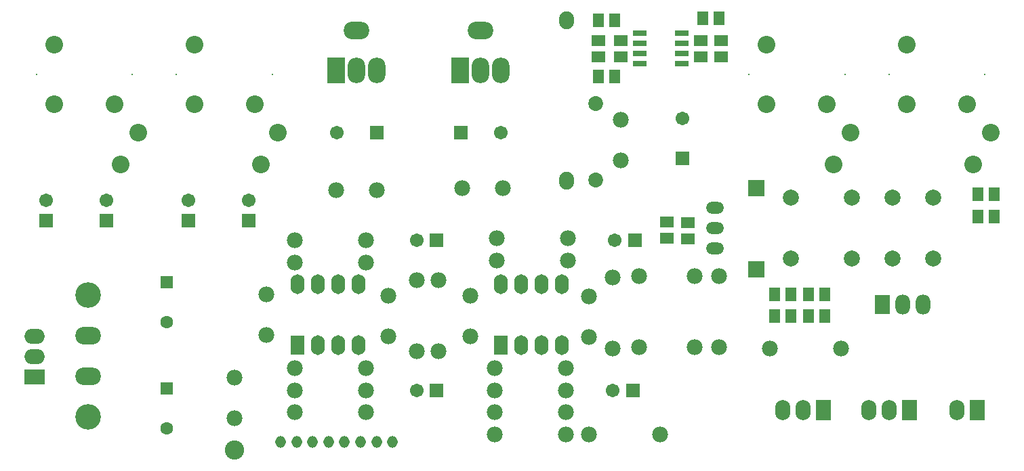
<source format=gts>
G04 Layer_Color=8388736*
%FSLAX44Y44*%
%MOMM*%
G71*
G01*
G75*
%ADD56R,1.8034X1.4732*%
%ADD57R,1.4732X1.8034*%
%ADD58R,1.7272X0.7112*%
%ADD59O,1.9032X2.5032*%
%ADD60R,1.9032X2.5032*%
%ADD61O,1.8542X2.4892*%
%ADD62R,1.8542X2.4892*%
%ADD63C,1.9812*%
%ADD64C,2.4130*%
%ADD65R,1.7272X2.4892*%
%ADD66O,1.7272X2.4892*%
%ADD67O,3.2032X2.2032*%
%ADD68R,2.2032X3.2032*%
%ADD69O,2.2032X3.2032*%
%ADD70R,1.7032X1.7032*%
%ADD71C,1.7032*%
%ADD72R,1.7032X1.7032*%
%ADD73R,1.6032X1.6032*%
%ADD74C,1.6032*%
%ADD75C,1.8542*%
%ADD76O,1.8542X2.2352*%
%ADD77O,2.5032X1.9032*%
%ADD78R,2.5032X1.9032*%
%ADD79C,3.2032*%
%ADD80C,0.2032*%
%ADD81C,2.2032*%
%ADD82O,1.3020X1.5020*%
%ADD83C,2.0032*%
%ADD84O,2.2352X1.4732*%
%ADD85R,2.0032X2.0032*%
D56*
X579000Y-272840D02*
D03*
Y-293160D02*
D03*
X552500Y-272340D02*
D03*
Y-292660D02*
D03*
X595000Y-44840D02*
D03*
Y-65160D02*
D03*
X620000Y-44840D02*
D03*
Y-65160D02*
D03*
X495000Y-44840D02*
D03*
Y-65160D02*
D03*
X467500Y-44840D02*
D03*
Y-65160D02*
D03*
D57*
X961160Y-265000D02*
D03*
X940840D02*
D03*
X750160Y-390000D02*
D03*
X729840D02*
D03*
X961160Y-237000D02*
D03*
X940840D02*
D03*
X467340Y-90000D02*
D03*
X487660D02*
D03*
X707660Y-362500D02*
D03*
X687340D02*
D03*
X617660Y-17500D02*
D03*
X597340D02*
D03*
X707660Y-390000D02*
D03*
X687340D02*
D03*
X750160Y-362500D02*
D03*
X729840D02*
D03*
X487660Y-20000D02*
D03*
X467340D02*
D03*
D58*
X518965Y-74050D02*
D03*
Y-61350D02*
D03*
Y-48650D02*
D03*
Y-35950D02*
D03*
X571035D02*
D03*
Y-48650D02*
D03*
Y-61350D02*
D03*
Y-74050D02*
D03*
D59*
X914800Y-507500D02*
D03*
X830000D02*
D03*
X804600D02*
D03*
X722500D02*
D03*
X697100D02*
D03*
D60*
X940200D02*
D03*
X855400D02*
D03*
X747900D02*
D03*
D61*
X872900Y-375000D02*
D03*
X847500D02*
D03*
D62*
X822100D02*
D03*
D63*
X12500Y-466700D02*
D03*
Y-517500D02*
D03*
X517500Y-340000D02*
D03*
Y-428900D02*
D03*
X543900Y-537500D02*
D03*
X455000D02*
D03*
X426400D02*
D03*
X337500D02*
D03*
X267500Y-345000D02*
D03*
Y-433900D02*
D03*
X307500Y-415400D02*
D03*
Y-364600D02*
D03*
X428900Y-320000D02*
D03*
X340000D02*
D03*
X428900Y-292500D02*
D03*
X340000D02*
D03*
X426400Y-482500D02*
D03*
X337500D02*
D03*
X426400Y-510000D02*
D03*
X337500D02*
D03*
X455000Y-365000D02*
D03*
Y-415800D02*
D03*
X485000Y-341100D02*
D03*
Y-430000D02*
D03*
X426400Y-455000D02*
D03*
X337500D02*
D03*
X52500Y-413300D02*
D03*
Y-362500D02*
D03*
X176400Y-322500D02*
D03*
X87500D02*
D03*
Y-295000D02*
D03*
X176400D02*
D03*
Y-482500D02*
D03*
X87500D02*
D03*
X176400Y-510000D02*
D03*
X87500D02*
D03*
X205000Y-364600D02*
D03*
Y-415400D02*
D03*
X240000Y-345000D02*
D03*
Y-433900D02*
D03*
X176400Y-455000D02*
D03*
X87500D02*
D03*
X770000Y-430000D02*
D03*
X681100D02*
D03*
X495000Y-195400D02*
D03*
Y-144600D02*
D03*
X139600Y-232500D02*
D03*
X190400D02*
D03*
X347900Y-230000D02*
D03*
X297100D02*
D03*
X617500Y-428900D02*
D03*
Y-340000D02*
D03*
X587500Y-428900D02*
D03*
Y-340000D02*
D03*
D64*
X12500Y-557500D02*
D03*
D65*
X345000Y-426200D02*
D03*
X91300D02*
D03*
D66*
X370400D02*
D03*
X395800D02*
D03*
X421200D02*
D03*
X345000Y-350000D02*
D03*
X370400D02*
D03*
X395800D02*
D03*
X421200D02*
D03*
X116700Y-426200D02*
D03*
X142100D02*
D03*
X167500D02*
D03*
X91300Y-350000D02*
D03*
X116700D02*
D03*
X142100D02*
D03*
X167500D02*
D03*
D67*
X165000Y-32500D02*
D03*
X-170000Y-465400D02*
D03*
Y-414600D02*
D03*
X320000Y-32500D02*
D03*
D68*
X139600Y-82500D02*
D03*
X294600D02*
D03*
D69*
X165000D02*
D03*
X190400D02*
D03*
X320000D02*
D03*
X345400D02*
D03*
D70*
X30000Y-270000D02*
D03*
X-45000D02*
D03*
X-147500D02*
D03*
X-222500Y-270000D02*
D03*
X572500Y-192500D02*
D03*
D71*
X30000Y-245000D02*
D03*
X-45000D02*
D03*
X487500Y-295000D02*
D03*
X485000Y-482500D02*
D03*
X-147500Y-245000D02*
D03*
X-222500Y-245000D02*
D03*
X240000Y-295000D02*
D03*
Y-482500D02*
D03*
X572500Y-142500D02*
D03*
X140000Y-160000D02*
D03*
X345000D02*
D03*
D72*
X512500Y-295000D02*
D03*
X510000Y-482500D02*
D03*
X265000Y-295000D02*
D03*
Y-482500D02*
D03*
X190000Y-160000D02*
D03*
X295000D02*
D03*
D73*
X-72500Y-347500D02*
D03*
Y-480000D02*
D03*
D74*
Y-397500D02*
D03*
Y-530000D02*
D03*
D75*
X463770Y-124240D02*
D03*
Y-219490D02*
D03*
D76*
X427500Y-220000D02*
D03*
Y-20000D02*
D03*
D77*
X-237500Y-415000D02*
D03*
Y-440400D02*
D03*
D78*
Y-465800D02*
D03*
D79*
X-170000Y-516200D02*
D03*
Y-363800D02*
D03*
D80*
X-235000Y-87500D02*
D03*
X-115000D02*
D03*
X60000D02*
D03*
X-60000D02*
D03*
X655000D02*
D03*
X775000D02*
D03*
X950000D02*
D03*
X830000D02*
D03*
D81*
X-212500Y-50000D02*
D03*
X-137500Y-125000D02*
D03*
X-212500D02*
D03*
X-108000Y-160000D02*
D03*
X-129500Y-200000D02*
D03*
X45500D02*
D03*
X67000Y-160000D02*
D03*
X-37500Y-125000D02*
D03*
X37500D02*
D03*
X-37500Y-50000D02*
D03*
X677500D02*
D03*
X752500Y-125000D02*
D03*
X677500D02*
D03*
X782000Y-160000D02*
D03*
X760500Y-200000D02*
D03*
X935500D02*
D03*
X957000Y-160000D02*
D03*
X852500Y-125000D02*
D03*
X927500D02*
D03*
X852500Y-50000D02*
D03*
D82*
X70000Y-547500D02*
D03*
X90000D02*
D03*
X110000D02*
D03*
X130000D02*
D03*
X150000D02*
D03*
X170000D02*
D03*
X190000D02*
D03*
X210000D02*
D03*
D83*
X707500Y-241300D02*
D03*
X783700D02*
D03*
X834500D02*
D03*
X885300D02*
D03*
Y-317500D02*
D03*
X834500D02*
D03*
X783700D02*
D03*
X707500D02*
D03*
D84*
X612500Y-254200D02*
D03*
Y-279600D02*
D03*
Y-305000D02*
D03*
D85*
X664360Y-330950D02*
D03*
Y-229350D02*
D03*
M02*

</source>
